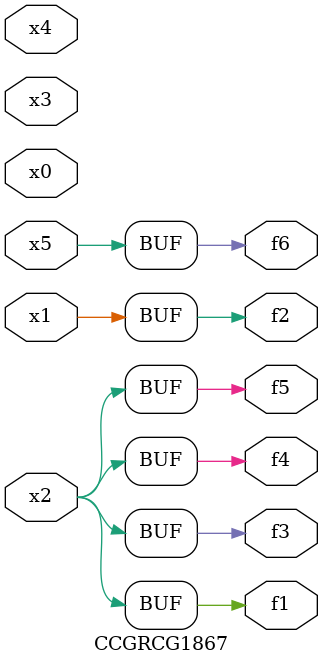
<source format=v>
module CCGRCG1867(
	input x0, x1, x2, x3, x4, x5,
	output f1, f2, f3, f4, f5, f6
);
	assign f1 = x2;
	assign f2 = x1;
	assign f3 = x2;
	assign f4 = x2;
	assign f5 = x2;
	assign f6 = x5;
endmodule

</source>
